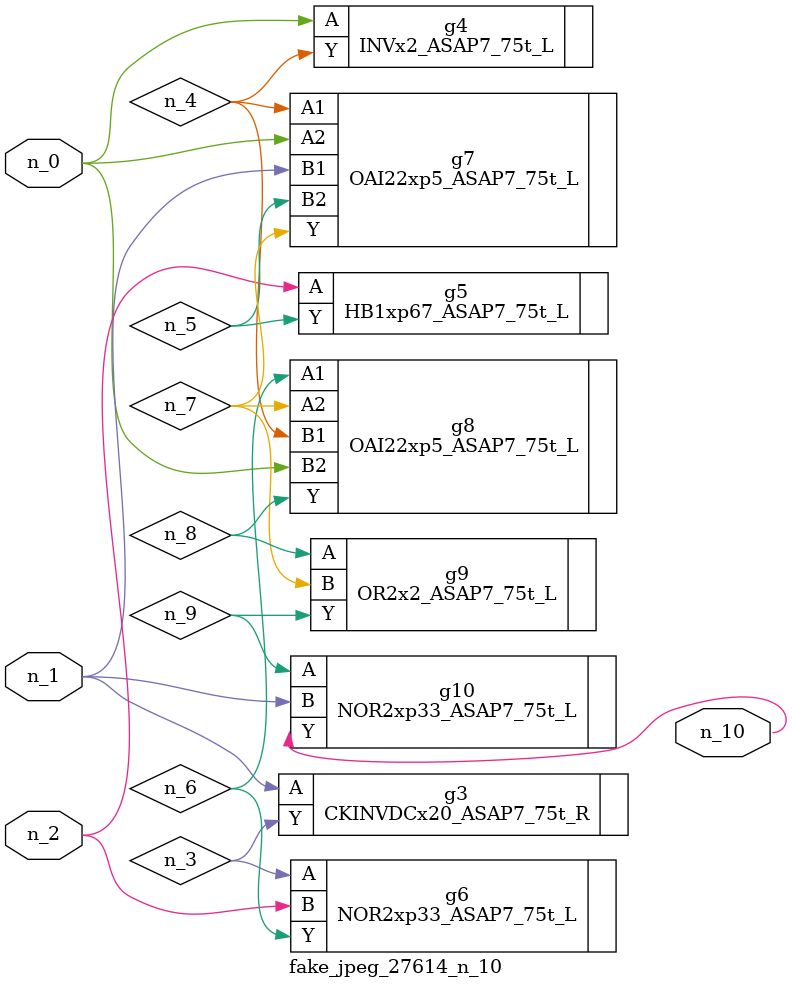
<source format=v>
module fake_jpeg_27614_n_10 (n_0, n_2, n_1, n_10);

input n_0;
input n_2;
input n_1;

output n_10;

wire n_3;
wire n_4;
wire n_8;
wire n_9;
wire n_6;
wire n_5;
wire n_7;

CKINVDCx20_ASAP7_75t_R g3 ( 
.A(n_1),
.Y(n_3)
);

INVx2_ASAP7_75t_L g4 ( 
.A(n_0),
.Y(n_4)
);

HB1xp67_ASAP7_75t_L g5 ( 
.A(n_2),
.Y(n_5)
);

NOR2xp33_ASAP7_75t_L g6 ( 
.A(n_3),
.B(n_2),
.Y(n_6)
);

OAI22xp5_ASAP7_75t_L g8 ( 
.A1(n_6),
.A2(n_7),
.B1(n_4),
.B2(n_0),
.Y(n_8)
);

OAI22xp5_ASAP7_75t_L g7 ( 
.A1(n_4),
.A2(n_0),
.B1(n_1),
.B2(n_5),
.Y(n_7)
);

OR2x2_ASAP7_75t_L g9 ( 
.A(n_8),
.B(n_7),
.Y(n_9)
);

NOR2xp33_ASAP7_75t_L g10 ( 
.A(n_9),
.B(n_1),
.Y(n_10)
);


endmodule
</source>
